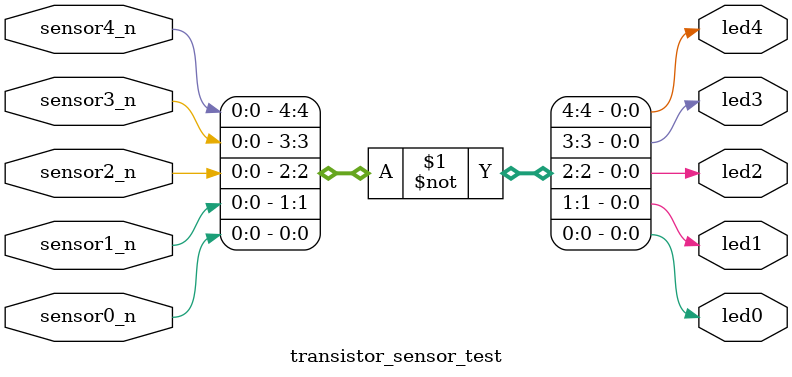
<source format=sv>
`default_nettype none
module transistor_sensor_test (
    // Entradas (coletores, ativo-baixo: 0 = molhado)
    input  logic sensor0_n,
    input  logic sensor1_n,
    input  logic sensor2_n,
    input  logic sensor3_n,
    input  logic sensor4_n,

    // Saídas (para LEDs / lógica de bomba, 1 = aceso/ativo)
    output logic led0,
    output logic led1,
    output logic led2,
    output logic led3,
    output logic led4
);

    // Versão compacta: cada LED = ~sensor*_n
    assign {led4,  led3,  led2,  led1,  led0} =
           ~{sensor4_n, sensor3_n, sensor2_n, sensor1_n, sensor0_n};

endmodule


</source>
